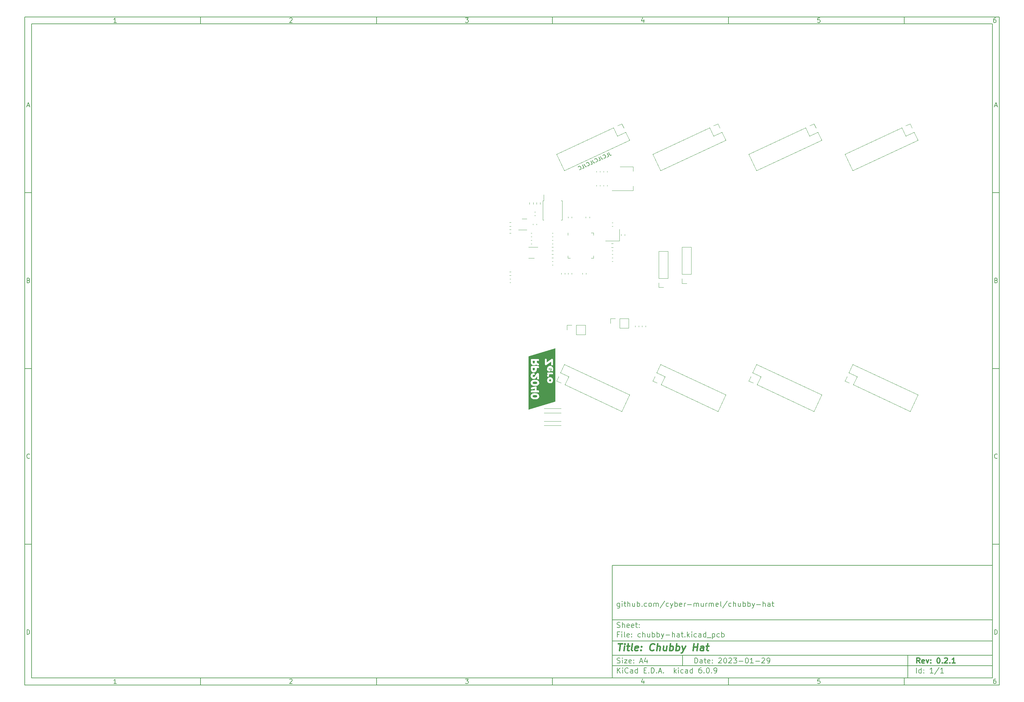
<source format=gbr>
%TF.GenerationSoftware,KiCad,Pcbnew,6.0.9*%
%TF.CreationDate,2023-01-31T15:22:11+01:00*%
%TF.ProjectId,chubby-hat,63687562-6279-42d6-9861-742e6b696361,0.2.1*%
%TF.SameCoordinates,Original*%
%TF.FileFunction,Legend,Bot*%
%TF.FilePolarity,Positive*%
%FSLAX46Y46*%
G04 Gerber Fmt 4.6, Leading zero omitted, Abs format (unit mm)*
G04 Created by KiCad (PCBNEW 6.0.9) date 2023-01-31 15:22:11*
%MOMM*%
%LPD*%
G01*
G04 APERTURE LIST*
%ADD10C,0.100000*%
%ADD11C,0.150000*%
%ADD12C,0.300000*%
%ADD13C,0.400000*%
%ADD14C,0.120000*%
G04 APERTURE END LIST*
D10*
D11*
X177002200Y-166007200D02*
X177002200Y-198007200D01*
X285002200Y-198007200D01*
X285002200Y-166007200D01*
X177002200Y-166007200D01*
D10*
D11*
X10000000Y-10000000D02*
X10000000Y-200007200D01*
X287002200Y-200007200D01*
X287002200Y-10000000D01*
X10000000Y-10000000D01*
D10*
D11*
X12000000Y-12000000D02*
X12000000Y-198007200D01*
X285002200Y-198007200D01*
X285002200Y-12000000D01*
X12000000Y-12000000D01*
D10*
D11*
X60000000Y-12000000D02*
X60000000Y-10000000D01*
D10*
D11*
X110000000Y-12000000D02*
X110000000Y-10000000D01*
D10*
D11*
X160000000Y-12000000D02*
X160000000Y-10000000D01*
D10*
D11*
X210000000Y-12000000D02*
X210000000Y-10000000D01*
D10*
D11*
X260000000Y-12000000D02*
X260000000Y-10000000D01*
D10*
D11*
X36065476Y-11588095D02*
X35322619Y-11588095D01*
X35694047Y-11588095D02*
X35694047Y-10288095D01*
X35570238Y-10473809D01*
X35446428Y-10597619D01*
X35322619Y-10659523D01*
D10*
D11*
X85322619Y-10411904D02*
X85384523Y-10350000D01*
X85508333Y-10288095D01*
X85817857Y-10288095D01*
X85941666Y-10350000D01*
X86003571Y-10411904D01*
X86065476Y-10535714D01*
X86065476Y-10659523D01*
X86003571Y-10845238D01*
X85260714Y-11588095D01*
X86065476Y-11588095D01*
D10*
D11*
X135260714Y-10288095D02*
X136065476Y-10288095D01*
X135632142Y-10783333D01*
X135817857Y-10783333D01*
X135941666Y-10845238D01*
X136003571Y-10907142D01*
X136065476Y-11030952D01*
X136065476Y-11340476D01*
X136003571Y-11464285D01*
X135941666Y-11526190D01*
X135817857Y-11588095D01*
X135446428Y-11588095D01*
X135322619Y-11526190D01*
X135260714Y-11464285D01*
D10*
D11*
X185941666Y-10721428D02*
X185941666Y-11588095D01*
X185632142Y-10226190D02*
X185322619Y-11154761D01*
X186127380Y-11154761D01*
D10*
D11*
X236003571Y-10288095D02*
X235384523Y-10288095D01*
X235322619Y-10907142D01*
X235384523Y-10845238D01*
X235508333Y-10783333D01*
X235817857Y-10783333D01*
X235941666Y-10845238D01*
X236003571Y-10907142D01*
X236065476Y-11030952D01*
X236065476Y-11340476D01*
X236003571Y-11464285D01*
X235941666Y-11526190D01*
X235817857Y-11588095D01*
X235508333Y-11588095D01*
X235384523Y-11526190D01*
X235322619Y-11464285D01*
D10*
D11*
X285941666Y-10288095D02*
X285694047Y-10288095D01*
X285570238Y-10350000D01*
X285508333Y-10411904D01*
X285384523Y-10597619D01*
X285322619Y-10845238D01*
X285322619Y-11340476D01*
X285384523Y-11464285D01*
X285446428Y-11526190D01*
X285570238Y-11588095D01*
X285817857Y-11588095D01*
X285941666Y-11526190D01*
X286003571Y-11464285D01*
X286065476Y-11340476D01*
X286065476Y-11030952D01*
X286003571Y-10907142D01*
X285941666Y-10845238D01*
X285817857Y-10783333D01*
X285570238Y-10783333D01*
X285446428Y-10845238D01*
X285384523Y-10907142D01*
X285322619Y-11030952D01*
D10*
D11*
X60000000Y-198007200D02*
X60000000Y-200007200D01*
D10*
D11*
X110000000Y-198007200D02*
X110000000Y-200007200D01*
D10*
D11*
X160000000Y-198007200D02*
X160000000Y-200007200D01*
D10*
D11*
X210000000Y-198007200D02*
X210000000Y-200007200D01*
D10*
D11*
X260000000Y-198007200D02*
X260000000Y-200007200D01*
D10*
D11*
X36065476Y-199595295D02*
X35322619Y-199595295D01*
X35694047Y-199595295D02*
X35694047Y-198295295D01*
X35570238Y-198481009D01*
X35446428Y-198604819D01*
X35322619Y-198666723D01*
D10*
D11*
X85322619Y-198419104D02*
X85384523Y-198357200D01*
X85508333Y-198295295D01*
X85817857Y-198295295D01*
X85941666Y-198357200D01*
X86003571Y-198419104D01*
X86065476Y-198542914D01*
X86065476Y-198666723D01*
X86003571Y-198852438D01*
X85260714Y-199595295D01*
X86065476Y-199595295D01*
D10*
D11*
X135260714Y-198295295D02*
X136065476Y-198295295D01*
X135632142Y-198790533D01*
X135817857Y-198790533D01*
X135941666Y-198852438D01*
X136003571Y-198914342D01*
X136065476Y-199038152D01*
X136065476Y-199347676D01*
X136003571Y-199471485D01*
X135941666Y-199533390D01*
X135817857Y-199595295D01*
X135446428Y-199595295D01*
X135322619Y-199533390D01*
X135260714Y-199471485D01*
D10*
D11*
X185941666Y-198728628D02*
X185941666Y-199595295D01*
X185632142Y-198233390D02*
X185322619Y-199161961D01*
X186127380Y-199161961D01*
D10*
D11*
X236003571Y-198295295D02*
X235384523Y-198295295D01*
X235322619Y-198914342D01*
X235384523Y-198852438D01*
X235508333Y-198790533D01*
X235817857Y-198790533D01*
X235941666Y-198852438D01*
X236003571Y-198914342D01*
X236065476Y-199038152D01*
X236065476Y-199347676D01*
X236003571Y-199471485D01*
X235941666Y-199533390D01*
X235817857Y-199595295D01*
X235508333Y-199595295D01*
X235384523Y-199533390D01*
X235322619Y-199471485D01*
D10*
D11*
X285941666Y-198295295D02*
X285694047Y-198295295D01*
X285570238Y-198357200D01*
X285508333Y-198419104D01*
X285384523Y-198604819D01*
X285322619Y-198852438D01*
X285322619Y-199347676D01*
X285384523Y-199471485D01*
X285446428Y-199533390D01*
X285570238Y-199595295D01*
X285817857Y-199595295D01*
X285941666Y-199533390D01*
X286003571Y-199471485D01*
X286065476Y-199347676D01*
X286065476Y-199038152D01*
X286003571Y-198914342D01*
X285941666Y-198852438D01*
X285817857Y-198790533D01*
X285570238Y-198790533D01*
X285446428Y-198852438D01*
X285384523Y-198914342D01*
X285322619Y-199038152D01*
D10*
D11*
X10000000Y-60000000D02*
X12000000Y-60000000D01*
D10*
D11*
X10000000Y-110000000D02*
X12000000Y-110000000D01*
D10*
D11*
X10000000Y-160000000D02*
X12000000Y-160000000D01*
D10*
D11*
X10690476Y-35216666D02*
X11309523Y-35216666D01*
X10566666Y-35588095D02*
X11000000Y-34288095D01*
X11433333Y-35588095D01*
D10*
D11*
X11092857Y-84907142D02*
X11278571Y-84969047D01*
X11340476Y-85030952D01*
X11402380Y-85154761D01*
X11402380Y-85340476D01*
X11340476Y-85464285D01*
X11278571Y-85526190D01*
X11154761Y-85588095D01*
X10659523Y-85588095D01*
X10659523Y-84288095D01*
X11092857Y-84288095D01*
X11216666Y-84350000D01*
X11278571Y-84411904D01*
X11340476Y-84535714D01*
X11340476Y-84659523D01*
X11278571Y-84783333D01*
X11216666Y-84845238D01*
X11092857Y-84907142D01*
X10659523Y-84907142D01*
D10*
D11*
X11402380Y-135464285D02*
X11340476Y-135526190D01*
X11154761Y-135588095D01*
X11030952Y-135588095D01*
X10845238Y-135526190D01*
X10721428Y-135402380D01*
X10659523Y-135278571D01*
X10597619Y-135030952D01*
X10597619Y-134845238D01*
X10659523Y-134597619D01*
X10721428Y-134473809D01*
X10845238Y-134350000D01*
X11030952Y-134288095D01*
X11154761Y-134288095D01*
X11340476Y-134350000D01*
X11402380Y-134411904D01*
D10*
D11*
X10659523Y-185588095D02*
X10659523Y-184288095D01*
X10969047Y-184288095D01*
X11154761Y-184350000D01*
X11278571Y-184473809D01*
X11340476Y-184597619D01*
X11402380Y-184845238D01*
X11402380Y-185030952D01*
X11340476Y-185278571D01*
X11278571Y-185402380D01*
X11154761Y-185526190D01*
X10969047Y-185588095D01*
X10659523Y-185588095D01*
D10*
D11*
X287002200Y-60000000D02*
X285002200Y-60000000D01*
D10*
D11*
X287002200Y-110000000D02*
X285002200Y-110000000D01*
D10*
D11*
X287002200Y-160000000D02*
X285002200Y-160000000D01*
D10*
D11*
X285692676Y-35216666D02*
X286311723Y-35216666D01*
X285568866Y-35588095D02*
X286002200Y-34288095D01*
X286435533Y-35588095D01*
D10*
D11*
X286095057Y-84907142D02*
X286280771Y-84969047D01*
X286342676Y-85030952D01*
X286404580Y-85154761D01*
X286404580Y-85340476D01*
X286342676Y-85464285D01*
X286280771Y-85526190D01*
X286156961Y-85588095D01*
X285661723Y-85588095D01*
X285661723Y-84288095D01*
X286095057Y-84288095D01*
X286218866Y-84350000D01*
X286280771Y-84411904D01*
X286342676Y-84535714D01*
X286342676Y-84659523D01*
X286280771Y-84783333D01*
X286218866Y-84845238D01*
X286095057Y-84907142D01*
X285661723Y-84907142D01*
D10*
D11*
X286404580Y-135464285D02*
X286342676Y-135526190D01*
X286156961Y-135588095D01*
X286033152Y-135588095D01*
X285847438Y-135526190D01*
X285723628Y-135402380D01*
X285661723Y-135278571D01*
X285599819Y-135030952D01*
X285599819Y-134845238D01*
X285661723Y-134597619D01*
X285723628Y-134473809D01*
X285847438Y-134350000D01*
X286033152Y-134288095D01*
X286156961Y-134288095D01*
X286342676Y-134350000D01*
X286404580Y-134411904D01*
D10*
D11*
X285661723Y-185588095D02*
X285661723Y-184288095D01*
X285971247Y-184288095D01*
X286156961Y-184350000D01*
X286280771Y-184473809D01*
X286342676Y-184597619D01*
X286404580Y-184845238D01*
X286404580Y-185030952D01*
X286342676Y-185278571D01*
X286280771Y-185402380D01*
X286156961Y-185526190D01*
X285971247Y-185588095D01*
X285661723Y-185588095D01*
D10*
D11*
X200434342Y-193785771D02*
X200434342Y-192285771D01*
X200791485Y-192285771D01*
X201005771Y-192357200D01*
X201148628Y-192500057D01*
X201220057Y-192642914D01*
X201291485Y-192928628D01*
X201291485Y-193142914D01*
X201220057Y-193428628D01*
X201148628Y-193571485D01*
X201005771Y-193714342D01*
X200791485Y-193785771D01*
X200434342Y-193785771D01*
X202577200Y-193785771D02*
X202577200Y-193000057D01*
X202505771Y-192857200D01*
X202362914Y-192785771D01*
X202077200Y-192785771D01*
X201934342Y-192857200D01*
X202577200Y-193714342D02*
X202434342Y-193785771D01*
X202077200Y-193785771D01*
X201934342Y-193714342D01*
X201862914Y-193571485D01*
X201862914Y-193428628D01*
X201934342Y-193285771D01*
X202077200Y-193214342D01*
X202434342Y-193214342D01*
X202577200Y-193142914D01*
X203077200Y-192785771D02*
X203648628Y-192785771D01*
X203291485Y-192285771D02*
X203291485Y-193571485D01*
X203362914Y-193714342D01*
X203505771Y-193785771D01*
X203648628Y-193785771D01*
X204720057Y-193714342D02*
X204577200Y-193785771D01*
X204291485Y-193785771D01*
X204148628Y-193714342D01*
X204077200Y-193571485D01*
X204077200Y-193000057D01*
X204148628Y-192857200D01*
X204291485Y-192785771D01*
X204577200Y-192785771D01*
X204720057Y-192857200D01*
X204791485Y-193000057D01*
X204791485Y-193142914D01*
X204077200Y-193285771D01*
X205434342Y-193642914D02*
X205505771Y-193714342D01*
X205434342Y-193785771D01*
X205362914Y-193714342D01*
X205434342Y-193642914D01*
X205434342Y-193785771D01*
X205434342Y-192857200D02*
X205505771Y-192928628D01*
X205434342Y-193000057D01*
X205362914Y-192928628D01*
X205434342Y-192857200D01*
X205434342Y-193000057D01*
X207220057Y-192428628D02*
X207291485Y-192357200D01*
X207434342Y-192285771D01*
X207791485Y-192285771D01*
X207934342Y-192357200D01*
X208005771Y-192428628D01*
X208077200Y-192571485D01*
X208077200Y-192714342D01*
X208005771Y-192928628D01*
X207148628Y-193785771D01*
X208077200Y-193785771D01*
X209005771Y-192285771D02*
X209148628Y-192285771D01*
X209291485Y-192357200D01*
X209362914Y-192428628D01*
X209434342Y-192571485D01*
X209505771Y-192857200D01*
X209505771Y-193214342D01*
X209434342Y-193500057D01*
X209362914Y-193642914D01*
X209291485Y-193714342D01*
X209148628Y-193785771D01*
X209005771Y-193785771D01*
X208862914Y-193714342D01*
X208791485Y-193642914D01*
X208720057Y-193500057D01*
X208648628Y-193214342D01*
X208648628Y-192857200D01*
X208720057Y-192571485D01*
X208791485Y-192428628D01*
X208862914Y-192357200D01*
X209005771Y-192285771D01*
X210077200Y-192428628D02*
X210148628Y-192357200D01*
X210291485Y-192285771D01*
X210648628Y-192285771D01*
X210791485Y-192357200D01*
X210862914Y-192428628D01*
X210934342Y-192571485D01*
X210934342Y-192714342D01*
X210862914Y-192928628D01*
X210005771Y-193785771D01*
X210934342Y-193785771D01*
X211434342Y-192285771D02*
X212362914Y-192285771D01*
X211862914Y-192857200D01*
X212077200Y-192857200D01*
X212220057Y-192928628D01*
X212291485Y-193000057D01*
X212362914Y-193142914D01*
X212362914Y-193500057D01*
X212291485Y-193642914D01*
X212220057Y-193714342D01*
X212077200Y-193785771D01*
X211648628Y-193785771D01*
X211505771Y-193714342D01*
X211434342Y-193642914D01*
X213005771Y-193214342D02*
X214148628Y-193214342D01*
X215148628Y-192285771D02*
X215291485Y-192285771D01*
X215434342Y-192357200D01*
X215505771Y-192428628D01*
X215577200Y-192571485D01*
X215648628Y-192857200D01*
X215648628Y-193214342D01*
X215577200Y-193500057D01*
X215505771Y-193642914D01*
X215434342Y-193714342D01*
X215291485Y-193785771D01*
X215148628Y-193785771D01*
X215005771Y-193714342D01*
X214934342Y-193642914D01*
X214862914Y-193500057D01*
X214791485Y-193214342D01*
X214791485Y-192857200D01*
X214862914Y-192571485D01*
X214934342Y-192428628D01*
X215005771Y-192357200D01*
X215148628Y-192285771D01*
X217077200Y-193785771D02*
X216220057Y-193785771D01*
X216648628Y-193785771D02*
X216648628Y-192285771D01*
X216505771Y-192500057D01*
X216362914Y-192642914D01*
X216220057Y-192714342D01*
X217720057Y-193214342D02*
X218862914Y-193214342D01*
X219505771Y-192428628D02*
X219577200Y-192357200D01*
X219720057Y-192285771D01*
X220077200Y-192285771D01*
X220220057Y-192357200D01*
X220291485Y-192428628D01*
X220362914Y-192571485D01*
X220362914Y-192714342D01*
X220291485Y-192928628D01*
X219434342Y-193785771D01*
X220362914Y-193785771D01*
X221077200Y-193785771D02*
X221362914Y-193785771D01*
X221505771Y-193714342D01*
X221577200Y-193642914D01*
X221720057Y-193428628D01*
X221791485Y-193142914D01*
X221791485Y-192571485D01*
X221720057Y-192428628D01*
X221648628Y-192357200D01*
X221505771Y-192285771D01*
X221220057Y-192285771D01*
X221077200Y-192357200D01*
X221005771Y-192428628D01*
X220934342Y-192571485D01*
X220934342Y-192928628D01*
X221005771Y-193071485D01*
X221077200Y-193142914D01*
X221220057Y-193214342D01*
X221505771Y-193214342D01*
X221648628Y-193142914D01*
X221720057Y-193071485D01*
X221791485Y-192928628D01*
D10*
D11*
X177002200Y-194507200D02*
X285002200Y-194507200D01*
D10*
D11*
X178434342Y-196585771D02*
X178434342Y-195085771D01*
X179291485Y-196585771D02*
X178648628Y-195728628D01*
X179291485Y-195085771D02*
X178434342Y-195942914D01*
X179934342Y-196585771D02*
X179934342Y-195585771D01*
X179934342Y-195085771D02*
X179862914Y-195157200D01*
X179934342Y-195228628D01*
X180005771Y-195157200D01*
X179934342Y-195085771D01*
X179934342Y-195228628D01*
X181505771Y-196442914D02*
X181434342Y-196514342D01*
X181220057Y-196585771D01*
X181077200Y-196585771D01*
X180862914Y-196514342D01*
X180720057Y-196371485D01*
X180648628Y-196228628D01*
X180577200Y-195942914D01*
X180577200Y-195728628D01*
X180648628Y-195442914D01*
X180720057Y-195300057D01*
X180862914Y-195157200D01*
X181077200Y-195085771D01*
X181220057Y-195085771D01*
X181434342Y-195157200D01*
X181505771Y-195228628D01*
X182791485Y-196585771D02*
X182791485Y-195800057D01*
X182720057Y-195657200D01*
X182577200Y-195585771D01*
X182291485Y-195585771D01*
X182148628Y-195657200D01*
X182791485Y-196514342D02*
X182648628Y-196585771D01*
X182291485Y-196585771D01*
X182148628Y-196514342D01*
X182077200Y-196371485D01*
X182077200Y-196228628D01*
X182148628Y-196085771D01*
X182291485Y-196014342D01*
X182648628Y-196014342D01*
X182791485Y-195942914D01*
X184148628Y-196585771D02*
X184148628Y-195085771D01*
X184148628Y-196514342D02*
X184005771Y-196585771D01*
X183720057Y-196585771D01*
X183577200Y-196514342D01*
X183505771Y-196442914D01*
X183434342Y-196300057D01*
X183434342Y-195871485D01*
X183505771Y-195728628D01*
X183577200Y-195657200D01*
X183720057Y-195585771D01*
X184005771Y-195585771D01*
X184148628Y-195657200D01*
X186005771Y-195800057D02*
X186505771Y-195800057D01*
X186720057Y-196585771D02*
X186005771Y-196585771D01*
X186005771Y-195085771D01*
X186720057Y-195085771D01*
X187362914Y-196442914D02*
X187434342Y-196514342D01*
X187362914Y-196585771D01*
X187291485Y-196514342D01*
X187362914Y-196442914D01*
X187362914Y-196585771D01*
X188077200Y-196585771D02*
X188077200Y-195085771D01*
X188434342Y-195085771D01*
X188648628Y-195157200D01*
X188791485Y-195300057D01*
X188862914Y-195442914D01*
X188934342Y-195728628D01*
X188934342Y-195942914D01*
X188862914Y-196228628D01*
X188791485Y-196371485D01*
X188648628Y-196514342D01*
X188434342Y-196585771D01*
X188077200Y-196585771D01*
X189577200Y-196442914D02*
X189648628Y-196514342D01*
X189577200Y-196585771D01*
X189505771Y-196514342D01*
X189577200Y-196442914D01*
X189577200Y-196585771D01*
X190220057Y-196157200D02*
X190934342Y-196157200D01*
X190077200Y-196585771D02*
X190577200Y-195085771D01*
X191077200Y-196585771D01*
X191577200Y-196442914D02*
X191648628Y-196514342D01*
X191577200Y-196585771D01*
X191505771Y-196514342D01*
X191577200Y-196442914D01*
X191577200Y-196585771D01*
X194577200Y-196585771D02*
X194577200Y-195085771D01*
X194720057Y-196014342D02*
X195148628Y-196585771D01*
X195148628Y-195585771D02*
X194577200Y-196157200D01*
X195791485Y-196585771D02*
X195791485Y-195585771D01*
X195791485Y-195085771D02*
X195720057Y-195157200D01*
X195791485Y-195228628D01*
X195862914Y-195157200D01*
X195791485Y-195085771D01*
X195791485Y-195228628D01*
X197148628Y-196514342D02*
X197005771Y-196585771D01*
X196720057Y-196585771D01*
X196577200Y-196514342D01*
X196505771Y-196442914D01*
X196434342Y-196300057D01*
X196434342Y-195871485D01*
X196505771Y-195728628D01*
X196577200Y-195657200D01*
X196720057Y-195585771D01*
X197005771Y-195585771D01*
X197148628Y-195657200D01*
X198434342Y-196585771D02*
X198434342Y-195800057D01*
X198362914Y-195657200D01*
X198220057Y-195585771D01*
X197934342Y-195585771D01*
X197791485Y-195657200D01*
X198434342Y-196514342D02*
X198291485Y-196585771D01*
X197934342Y-196585771D01*
X197791485Y-196514342D01*
X197720057Y-196371485D01*
X197720057Y-196228628D01*
X197791485Y-196085771D01*
X197934342Y-196014342D01*
X198291485Y-196014342D01*
X198434342Y-195942914D01*
X199791485Y-196585771D02*
X199791485Y-195085771D01*
X199791485Y-196514342D02*
X199648628Y-196585771D01*
X199362914Y-196585771D01*
X199220057Y-196514342D01*
X199148628Y-196442914D01*
X199077200Y-196300057D01*
X199077200Y-195871485D01*
X199148628Y-195728628D01*
X199220057Y-195657200D01*
X199362914Y-195585771D01*
X199648628Y-195585771D01*
X199791485Y-195657200D01*
X202291485Y-195085771D02*
X202005771Y-195085771D01*
X201862914Y-195157200D01*
X201791485Y-195228628D01*
X201648628Y-195442914D01*
X201577200Y-195728628D01*
X201577200Y-196300057D01*
X201648628Y-196442914D01*
X201720057Y-196514342D01*
X201862914Y-196585771D01*
X202148628Y-196585771D01*
X202291485Y-196514342D01*
X202362914Y-196442914D01*
X202434342Y-196300057D01*
X202434342Y-195942914D01*
X202362914Y-195800057D01*
X202291485Y-195728628D01*
X202148628Y-195657200D01*
X201862914Y-195657200D01*
X201720057Y-195728628D01*
X201648628Y-195800057D01*
X201577200Y-195942914D01*
X203077200Y-196442914D02*
X203148628Y-196514342D01*
X203077200Y-196585771D01*
X203005771Y-196514342D01*
X203077200Y-196442914D01*
X203077200Y-196585771D01*
X204077200Y-195085771D02*
X204220057Y-195085771D01*
X204362914Y-195157200D01*
X204434342Y-195228628D01*
X204505771Y-195371485D01*
X204577200Y-195657200D01*
X204577200Y-196014342D01*
X204505771Y-196300057D01*
X204434342Y-196442914D01*
X204362914Y-196514342D01*
X204220057Y-196585771D01*
X204077200Y-196585771D01*
X203934342Y-196514342D01*
X203862914Y-196442914D01*
X203791485Y-196300057D01*
X203720057Y-196014342D01*
X203720057Y-195657200D01*
X203791485Y-195371485D01*
X203862914Y-195228628D01*
X203934342Y-195157200D01*
X204077200Y-195085771D01*
X205220057Y-196442914D02*
X205291485Y-196514342D01*
X205220057Y-196585771D01*
X205148628Y-196514342D01*
X205220057Y-196442914D01*
X205220057Y-196585771D01*
X206005771Y-196585771D02*
X206291485Y-196585771D01*
X206434342Y-196514342D01*
X206505771Y-196442914D01*
X206648628Y-196228628D01*
X206720057Y-195942914D01*
X206720057Y-195371485D01*
X206648628Y-195228628D01*
X206577200Y-195157200D01*
X206434342Y-195085771D01*
X206148628Y-195085771D01*
X206005771Y-195157200D01*
X205934342Y-195228628D01*
X205862914Y-195371485D01*
X205862914Y-195728628D01*
X205934342Y-195871485D01*
X206005771Y-195942914D01*
X206148628Y-196014342D01*
X206434342Y-196014342D01*
X206577200Y-195942914D01*
X206648628Y-195871485D01*
X206720057Y-195728628D01*
D10*
D11*
X177002200Y-191507200D02*
X285002200Y-191507200D01*
D10*
D12*
X264411485Y-193785771D02*
X263911485Y-193071485D01*
X263554342Y-193785771D02*
X263554342Y-192285771D01*
X264125771Y-192285771D01*
X264268628Y-192357200D01*
X264340057Y-192428628D01*
X264411485Y-192571485D01*
X264411485Y-192785771D01*
X264340057Y-192928628D01*
X264268628Y-193000057D01*
X264125771Y-193071485D01*
X263554342Y-193071485D01*
X265625771Y-193714342D02*
X265482914Y-193785771D01*
X265197200Y-193785771D01*
X265054342Y-193714342D01*
X264982914Y-193571485D01*
X264982914Y-193000057D01*
X265054342Y-192857200D01*
X265197200Y-192785771D01*
X265482914Y-192785771D01*
X265625771Y-192857200D01*
X265697200Y-193000057D01*
X265697200Y-193142914D01*
X264982914Y-193285771D01*
X266197200Y-192785771D02*
X266554342Y-193785771D01*
X266911485Y-192785771D01*
X267482914Y-193642914D02*
X267554342Y-193714342D01*
X267482914Y-193785771D01*
X267411485Y-193714342D01*
X267482914Y-193642914D01*
X267482914Y-193785771D01*
X267482914Y-192857200D02*
X267554342Y-192928628D01*
X267482914Y-193000057D01*
X267411485Y-192928628D01*
X267482914Y-192857200D01*
X267482914Y-193000057D01*
X269625771Y-192285771D02*
X269768628Y-192285771D01*
X269911485Y-192357200D01*
X269982914Y-192428628D01*
X270054342Y-192571485D01*
X270125771Y-192857200D01*
X270125771Y-193214342D01*
X270054342Y-193500057D01*
X269982914Y-193642914D01*
X269911485Y-193714342D01*
X269768628Y-193785771D01*
X269625771Y-193785771D01*
X269482914Y-193714342D01*
X269411485Y-193642914D01*
X269340057Y-193500057D01*
X269268628Y-193214342D01*
X269268628Y-192857200D01*
X269340057Y-192571485D01*
X269411485Y-192428628D01*
X269482914Y-192357200D01*
X269625771Y-192285771D01*
X270768628Y-193642914D02*
X270840057Y-193714342D01*
X270768628Y-193785771D01*
X270697200Y-193714342D01*
X270768628Y-193642914D01*
X270768628Y-193785771D01*
X271411485Y-192428628D02*
X271482914Y-192357200D01*
X271625771Y-192285771D01*
X271982914Y-192285771D01*
X272125771Y-192357200D01*
X272197200Y-192428628D01*
X272268628Y-192571485D01*
X272268628Y-192714342D01*
X272197200Y-192928628D01*
X271340057Y-193785771D01*
X272268628Y-193785771D01*
X272911485Y-193642914D02*
X272982914Y-193714342D01*
X272911485Y-193785771D01*
X272840057Y-193714342D01*
X272911485Y-193642914D01*
X272911485Y-193785771D01*
X274411485Y-193785771D02*
X273554342Y-193785771D01*
X273982914Y-193785771D02*
X273982914Y-192285771D01*
X273840057Y-192500057D01*
X273697200Y-192642914D01*
X273554342Y-192714342D01*
D10*
D11*
X178362914Y-193714342D02*
X178577200Y-193785771D01*
X178934342Y-193785771D01*
X179077200Y-193714342D01*
X179148628Y-193642914D01*
X179220057Y-193500057D01*
X179220057Y-193357200D01*
X179148628Y-193214342D01*
X179077200Y-193142914D01*
X178934342Y-193071485D01*
X178648628Y-193000057D01*
X178505771Y-192928628D01*
X178434342Y-192857200D01*
X178362914Y-192714342D01*
X178362914Y-192571485D01*
X178434342Y-192428628D01*
X178505771Y-192357200D01*
X178648628Y-192285771D01*
X179005771Y-192285771D01*
X179220057Y-192357200D01*
X179862914Y-193785771D02*
X179862914Y-192785771D01*
X179862914Y-192285771D02*
X179791485Y-192357200D01*
X179862914Y-192428628D01*
X179934342Y-192357200D01*
X179862914Y-192285771D01*
X179862914Y-192428628D01*
X180434342Y-192785771D02*
X181220057Y-192785771D01*
X180434342Y-193785771D01*
X181220057Y-193785771D01*
X182362914Y-193714342D02*
X182220057Y-193785771D01*
X181934342Y-193785771D01*
X181791485Y-193714342D01*
X181720057Y-193571485D01*
X181720057Y-193000057D01*
X181791485Y-192857200D01*
X181934342Y-192785771D01*
X182220057Y-192785771D01*
X182362914Y-192857200D01*
X182434342Y-193000057D01*
X182434342Y-193142914D01*
X181720057Y-193285771D01*
X183077200Y-193642914D02*
X183148628Y-193714342D01*
X183077200Y-193785771D01*
X183005771Y-193714342D01*
X183077200Y-193642914D01*
X183077200Y-193785771D01*
X183077200Y-192857200D02*
X183148628Y-192928628D01*
X183077200Y-193000057D01*
X183005771Y-192928628D01*
X183077200Y-192857200D01*
X183077200Y-193000057D01*
X184862914Y-193357200D02*
X185577200Y-193357200D01*
X184720057Y-193785771D02*
X185220057Y-192285771D01*
X185720057Y-193785771D01*
X186862914Y-192785771D02*
X186862914Y-193785771D01*
X186505771Y-192214342D02*
X186148628Y-193285771D01*
X187077200Y-193285771D01*
D10*
D11*
X263434342Y-196585771D02*
X263434342Y-195085771D01*
X264791485Y-196585771D02*
X264791485Y-195085771D01*
X264791485Y-196514342D02*
X264648628Y-196585771D01*
X264362914Y-196585771D01*
X264220057Y-196514342D01*
X264148628Y-196442914D01*
X264077200Y-196300057D01*
X264077200Y-195871485D01*
X264148628Y-195728628D01*
X264220057Y-195657200D01*
X264362914Y-195585771D01*
X264648628Y-195585771D01*
X264791485Y-195657200D01*
X265505771Y-196442914D02*
X265577200Y-196514342D01*
X265505771Y-196585771D01*
X265434342Y-196514342D01*
X265505771Y-196442914D01*
X265505771Y-196585771D01*
X265505771Y-195657200D02*
X265577200Y-195728628D01*
X265505771Y-195800057D01*
X265434342Y-195728628D01*
X265505771Y-195657200D01*
X265505771Y-195800057D01*
X268148628Y-196585771D02*
X267291485Y-196585771D01*
X267720057Y-196585771D02*
X267720057Y-195085771D01*
X267577200Y-195300057D01*
X267434342Y-195442914D01*
X267291485Y-195514342D01*
X269862914Y-195014342D02*
X268577200Y-196942914D01*
X271148628Y-196585771D02*
X270291485Y-196585771D01*
X270720057Y-196585771D02*
X270720057Y-195085771D01*
X270577200Y-195300057D01*
X270434342Y-195442914D01*
X270291485Y-195514342D01*
D10*
D11*
X177002200Y-187507200D02*
X285002200Y-187507200D01*
D10*
D13*
X178714580Y-188211961D02*
X179857438Y-188211961D01*
X179036009Y-190211961D02*
X179286009Y-188211961D01*
X180274104Y-190211961D02*
X180440771Y-188878628D01*
X180524104Y-188211961D02*
X180416961Y-188307200D01*
X180500295Y-188402438D01*
X180607438Y-188307200D01*
X180524104Y-188211961D01*
X180500295Y-188402438D01*
X181107438Y-188878628D02*
X181869342Y-188878628D01*
X181476485Y-188211961D02*
X181262200Y-189926247D01*
X181333628Y-190116723D01*
X181512200Y-190211961D01*
X181702676Y-190211961D01*
X182655057Y-190211961D02*
X182476485Y-190116723D01*
X182405057Y-189926247D01*
X182619342Y-188211961D01*
X184190771Y-190116723D02*
X183988390Y-190211961D01*
X183607438Y-190211961D01*
X183428866Y-190116723D01*
X183357438Y-189926247D01*
X183452676Y-189164342D01*
X183571723Y-188973866D01*
X183774104Y-188878628D01*
X184155057Y-188878628D01*
X184333628Y-188973866D01*
X184405057Y-189164342D01*
X184381247Y-189354819D01*
X183405057Y-189545295D01*
X185155057Y-190021485D02*
X185238390Y-190116723D01*
X185131247Y-190211961D01*
X185047914Y-190116723D01*
X185155057Y-190021485D01*
X185131247Y-190211961D01*
X185286009Y-188973866D02*
X185369342Y-189069104D01*
X185262200Y-189164342D01*
X185178866Y-189069104D01*
X185286009Y-188973866D01*
X185262200Y-189164342D01*
X188774104Y-190021485D02*
X188666961Y-190116723D01*
X188369342Y-190211961D01*
X188178866Y-190211961D01*
X187905057Y-190116723D01*
X187738390Y-189926247D01*
X187666961Y-189735771D01*
X187619342Y-189354819D01*
X187655057Y-189069104D01*
X187797914Y-188688152D01*
X187916961Y-188497676D01*
X188131247Y-188307200D01*
X188428866Y-188211961D01*
X188619342Y-188211961D01*
X188893152Y-188307200D01*
X188976485Y-188402438D01*
X189607438Y-190211961D02*
X189857438Y-188211961D01*
X190464580Y-190211961D02*
X190595533Y-189164342D01*
X190524104Y-188973866D01*
X190345533Y-188878628D01*
X190059819Y-188878628D01*
X189857438Y-188973866D01*
X189750295Y-189069104D01*
X192440771Y-188878628D02*
X192274104Y-190211961D01*
X191583628Y-188878628D02*
X191452676Y-189926247D01*
X191524104Y-190116723D01*
X191702676Y-190211961D01*
X191988390Y-190211961D01*
X192190771Y-190116723D01*
X192297914Y-190021485D01*
X193226485Y-190211961D02*
X193476485Y-188211961D01*
X193381247Y-188973866D02*
X193583628Y-188878628D01*
X193964580Y-188878628D01*
X194143152Y-188973866D01*
X194226485Y-189069104D01*
X194297914Y-189259580D01*
X194226485Y-189831009D01*
X194107438Y-190021485D01*
X194000295Y-190116723D01*
X193797914Y-190211961D01*
X193416961Y-190211961D01*
X193238390Y-190116723D01*
X195036009Y-190211961D02*
X195286009Y-188211961D01*
X195190771Y-188973866D02*
X195393152Y-188878628D01*
X195774104Y-188878628D01*
X195952676Y-188973866D01*
X196036009Y-189069104D01*
X196107438Y-189259580D01*
X196036009Y-189831009D01*
X195916961Y-190021485D01*
X195809819Y-190116723D01*
X195607438Y-190211961D01*
X195226485Y-190211961D01*
X195047914Y-190116723D01*
X196821723Y-188878628D02*
X197131247Y-190211961D01*
X197774104Y-188878628D02*
X197131247Y-190211961D01*
X196881247Y-190688152D01*
X196774104Y-190783390D01*
X196571723Y-190878628D01*
X199893152Y-190211961D02*
X200143152Y-188211961D01*
X200024104Y-189164342D02*
X201166961Y-189164342D01*
X201036009Y-190211961D02*
X201286009Y-188211961D01*
X202845533Y-190211961D02*
X202976485Y-189164342D01*
X202905057Y-188973866D01*
X202726485Y-188878628D01*
X202345533Y-188878628D01*
X202143152Y-188973866D01*
X202857438Y-190116723D02*
X202655057Y-190211961D01*
X202178866Y-190211961D01*
X202000295Y-190116723D01*
X201928866Y-189926247D01*
X201952676Y-189735771D01*
X202071723Y-189545295D01*
X202274104Y-189450057D01*
X202750295Y-189450057D01*
X202952676Y-189354819D01*
X203678866Y-188878628D02*
X204440771Y-188878628D01*
X204047914Y-188211961D02*
X203833628Y-189926247D01*
X203905057Y-190116723D01*
X204083628Y-190211961D01*
X204274104Y-190211961D01*
D10*
D11*
X178934342Y-185600057D02*
X178434342Y-185600057D01*
X178434342Y-186385771D02*
X178434342Y-184885771D01*
X179148628Y-184885771D01*
X179720057Y-186385771D02*
X179720057Y-185385771D01*
X179720057Y-184885771D02*
X179648628Y-184957200D01*
X179720057Y-185028628D01*
X179791485Y-184957200D01*
X179720057Y-184885771D01*
X179720057Y-185028628D01*
X180648628Y-186385771D02*
X180505771Y-186314342D01*
X180434342Y-186171485D01*
X180434342Y-184885771D01*
X181791485Y-186314342D02*
X181648628Y-186385771D01*
X181362914Y-186385771D01*
X181220057Y-186314342D01*
X181148628Y-186171485D01*
X181148628Y-185600057D01*
X181220057Y-185457200D01*
X181362914Y-185385771D01*
X181648628Y-185385771D01*
X181791485Y-185457200D01*
X181862914Y-185600057D01*
X181862914Y-185742914D01*
X181148628Y-185885771D01*
X182505771Y-186242914D02*
X182577200Y-186314342D01*
X182505771Y-186385771D01*
X182434342Y-186314342D01*
X182505771Y-186242914D01*
X182505771Y-186385771D01*
X182505771Y-185457200D02*
X182577200Y-185528628D01*
X182505771Y-185600057D01*
X182434342Y-185528628D01*
X182505771Y-185457200D01*
X182505771Y-185600057D01*
X185005771Y-186314342D02*
X184862914Y-186385771D01*
X184577200Y-186385771D01*
X184434342Y-186314342D01*
X184362914Y-186242914D01*
X184291485Y-186100057D01*
X184291485Y-185671485D01*
X184362914Y-185528628D01*
X184434342Y-185457200D01*
X184577200Y-185385771D01*
X184862914Y-185385771D01*
X185005771Y-185457200D01*
X185648628Y-186385771D02*
X185648628Y-184885771D01*
X186291485Y-186385771D02*
X186291485Y-185600057D01*
X186220057Y-185457200D01*
X186077200Y-185385771D01*
X185862914Y-185385771D01*
X185720057Y-185457200D01*
X185648628Y-185528628D01*
X187648628Y-185385771D02*
X187648628Y-186385771D01*
X187005771Y-185385771D02*
X187005771Y-186171485D01*
X187077200Y-186314342D01*
X187220057Y-186385771D01*
X187434342Y-186385771D01*
X187577200Y-186314342D01*
X187648628Y-186242914D01*
X188362914Y-186385771D02*
X188362914Y-184885771D01*
X188362914Y-185457200D02*
X188505771Y-185385771D01*
X188791485Y-185385771D01*
X188934342Y-185457200D01*
X189005771Y-185528628D01*
X189077200Y-185671485D01*
X189077200Y-186100057D01*
X189005771Y-186242914D01*
X188934342Y-186314342D01*
X188791485Y-186385771D01*
X188505771Y-186385771D01*
X188362914Y-186314342D01*
X189720057Y-186385771D02*
X189720057Y-184885771D01*
X189720057Y-185457200D02*
X189862914Y-185385771D01*
X190148628Y-185385771D01*
X190291485Y-185457200D01*
X190362914Y-185528628D01*
X190434342Y-185671485D01*
X190434342Y-186100057D01*
X190362914Y-186242914D01*
X190291485Y-186314342D01*
X190148628Y-186385771D01*
X189862914Y-186385771D01*
X189720057Y-186314342D01*
X190934342Y-185385771D02*
X191291485Y-186385771D01*
X191648628Y-185385771D02*
X191291485Y-186385771D01*
X191148628Y-186742914D01*
X191077200Y-186814342D01*
X190934342Y-186885771D01*
X192220057Y-185814342D02*
X193362914Y-185814342D01*
X194077200Y-186385771D02*
X194077200Y-184885771D01*
X194720057Y-186385771D02*
X194720057Y-185600057D01*
X194648628Y-185457200D01*
X194505771Y-185385771D01*
X194291485Y-185385771D01*
X194148628Y-185457200D01*
X194077200Y-185528628D01*
X196077200Y-186385771D02*
X196077200Y-185600057D01*
X196005771Y-185457200D01*
X195862914Y-185385771D01*
X195577200Y-185385771D01*
X195434342Y-185457200D01*
X196077200Y-186314342D02*
X195934342Y-186385771D01*
X195577200Y-186385771D01*
X195434342Y-186314342D01*
X195362914Y-186171485D01*
X195362914Y-186028628D01*
X195434342Y-185885771D01*
X195577200Y-185814342D01*
X195934342Y-185814342D01*
X196077200Y-185742914D01*
X196577200Y-185385771D02*
X197148628Y-185385771D01*
X196791485Y-184885771D02*
X196791485Y-186171485D01*
X196862914Y-186314342D01*
X197005771Y-186385771D01*
X197148628Y-186385771D01*
X197648628Y-186242914D02*
X197720057Y-186314342D01*
X197648628Y-186385771D01*
X197577200Y-186314342D01*
X197648628Y-186242914D01*
X197648628Y-186385771D01*
X198362914Y-186385771D02*
X198362914Y-184885771D01*
X198505771Y-185814342D02*
X198934342Y-186385771D01*
X198934342Y-185385771D02*
X198362914Y-185957200D01*
X199577200Y-186385771D02*
X199577200Y-185385771D01*
X199577200Y-184885771D02*
X199505771Y-184957200D01*
X199577200Y-185028628D01*
X199648628Y-184957200D01*
X199577200Y-184885771D01*
X199577200Y-185028628D01*
X200934342Y-186314342D02*
X200791485Y-186385771D01*
X200505771Y-186385771D01*
X200362914Y-186314342D01*
X200291485Y-186242914D01*
X200220057Y-186100057D01*
X200220057Y-185671485D01*
X200291485Y-185528628D01*
X200362914Y-185457200D01*
X200505771Y-185385771D01*
X200791485Y-185385771D01*
X200934342Y-185457200D01*
X202220057Y-186385771D02*
X202220057Y-185600057D01*
X202148628Y-185457200D01*
X202005771Y-185385771D01*
X201720057Y-185385771D01*
X201577200Y-185457200D01*
X202220057Y-186314342D02*
X202077200Y-186385771D01*
X201720057Y-186385771D01*
X201577200Y-186314342D01*
X201505771Y-186171485D01*
X201505771Y-186028628D01*
X201577200Y-185885771D01*
X201720057Y-185814342D01*
X202077200Y-185814342D01*
X202220057Y-185742914D01*
X203577200Y-186385771D02*
X203577200Y-184885771D01*
X203577200Y-186314342D02*
X203434342Y-186385771D01*
X203148628Y-186385771D01*
X203005771Y-186314342D01*
X202934342Y-186242914D01*
X202862914Y-186100057D01*
X202862914Y-185671485D01*
X202934342Y-185528628D01*
X203005771Y-185457200D01*
X203148628Y-185385771D01*
X203434342Y-185385771D01*
X203577200Y-185457200D01*
X203934342Y-186528628D02*
X205077200Y-186528628D01*
X205434342Y-185385771D02*
X205434342Y-186885771D01*
X205434342Y-185457200D02*
X205577200Y-185385771D01*
X205862914Y-185385771D01*
X206005771Y-185457200D01*
X206077200Y-185528628D01*
X206148628Y-185671485D01*
X206148628Y-186100057D01*
X206077200Y-186242914D01*
X206005771Y-186314342D01*
X205862914Y-186385771D01*
X205577200Y-186385771D01*
X205434342Y-186314342D01*
X207434342Y-186314342D02*
X207291485Y-186385771D01*
X207005771Y-186385771D01*
X206862914Y-186314342D01*
X206791485Y-186242914D01*
X206720057Y-186100057D01*
X206720057Y-185671485D01*
X206791485Y-185528628D01*
X206862914Y-185457200D01*
X207005771Y-185385771D01*
X207291485Y-185385771D01*
X207434342Y-185457200D01*
X208077200Y-186385771D02*
X208077200Y-184885771D01*
X208077200Y-185457200D02*
X208220057Y-185385771D01*
X208505771Y-185385771D01*
X208648628Y-185457200D01*
X208720057Y-185528628D01*
X208791485Y-185671485D01*
X208791485Y-186100057D01*
X208720057Y-186242914D01*
X208648628Y-186314342D01*
X208505771Y-186385771D01*
X208220057Y-186385771D01*
X208077200Y-186314342D01*
D10*
D11*
X177002200Y-181507200D02*
X285002200Y-181507200D01*
D10*
D11*
X178362914Y-183614342D02*
X178577200Y-183685771D01*
X178934342Y-183685771D01*
X179077200Y-183614342D01*
X179148628Y-183542914D01*
X179220057Y-183400057D01*
X179220057Y-183257200D01*
X179148628Y-183114342D01*
X179077200Y-183042914D01*
X178934342Y-182971485D01*
X178648628Y-182900057D01*
X178505771Y-182828628D01*
X178434342Y-182757200D01*
X178362914Y-182614342D01*
X178362914Y-182471485D01*
X178434342Y-182328628D01*
X178505771Y-182257200D01*
X178648628Y-182185771D01*
X179005771Y-182185771D01*
X179220057Y-182257200D01*
X179862914Y-183685771D02*
X179862914Y-182185771D01*
X180505771Y-183685771D02*
X180505771Y-182900057D01*
X180434342Y-182757200D01*
X180291485Y-182685771D01*
X180077200Y-182685771D01*
X179934342Y-182757200D01*
X179862914Y-182828628D01*
X181791485Y-183614342D02*
X181648628Y-183685771D01*
X181362914Y-183685771D01*
X181220057Y-183614342D01*
X181148628Y-183471485D01*
X181148628Y-182900057D01*
X181220057Y-182757200D01*
X181362914Y-182685771D01*
X181648628Y-182685771D01*
X181791485Y-182757200D01*
X181862914Y-182900057D01*
X181862914Y-183042914D01*
X181148628Y-183185771D01*
X183077200Y-183614342D02*
X182934342Y-183685771D01*
X182648628Y-183685771D01*
X182505771Y-183614342D01*
X182434342Y-183471485D01*
X182434342Y-182900057D01*
X182505771Y-182757200D01*
X182648628Y-182685771D01*
X182934342Y-182685771D01*
X183077200Y-182757200D01*
X183148628Y-182900057D01*
X183148628Y-183042914D01*
X182434342Y-183185771D01*
X183577200Y-182685771D02*
X184148628Y-182685771D01*
X183791485Y-182185771D02*
X183791485Y-183471485D01*
X183862914Y-183614342D01*
X184005771Y-183685771D01*
X184148628Y-183685771D01*
X184648628Y-183542914D02*
X184720057Y-183614342D01*
X184648628Y-183685771D01*
X184577200Y-183614342D01*
X184648628Y-183542914D01*
X184648628Y-183685771D01*
X184648628Y-182757200D02*
X184720057Y-182828628D01*
X184648628Y-182900057D01*
X184577200Y-182828628D01*
X184648628Y-182757200D01*
X184648628Y-182900057D01*
D10*
D12*
D10*
D11*
X179077200Y-176685771D02*
X179077200Y-177900057D01*
X179005771Y-178042914D01*
X178934342Y-178114342D01*
X178791485Y-178185771D01*
X178577200Y-178185771D01*
X178434342Y-178114342D01*
X179077200Y-177614342D02*
X178934342Y-177685771D01*
X178648628Y-177685771D01*
X178505771Y-177614342D01*
X178434342Y-177542914D01*
X178362914Y-177400057D01*
X178362914Y-176971485D01*
X178434342Y-176828628D01*
X178505771Y-176757200D01*
X178648628Y-176685771D01*
X178934342Y-176685771D01*
X179077200Y-176757200D01*
X179791485Y-177685771D02*
X179791485Y-176685771D01*
X179791485Y-176185771D02*
X179720057Y-176257200D01*
X179791485Y-176328628D01*
X179862914Y-176257200D01*
X179791485Y-176185771D01*
X179791485Y-176328628D01*
X180291485Y-176685771D02*
X180862914Y-176685771D01*
X180505771Y-176185771D02*
X180505771Y-177471485D01*
X180577200Y-177614342D01*
X180720057Y-177685771D01*
X180862914Y-177685771D01*
X181362914Y-177685771D02*
X181362914Y-176185771D01*
X182005771Y-177685771D02*
X182005771Y-176900057D01*
X181934342Y-176757200D01*
X181791485Y-176685771D01*
X181577200Y-176685771D01*
X181434342Y-176757200D01*
X181362914Y-176828628D01*
X183362914Y-176685771D02*
X183362914Y-177685771D01*
X182720057Y-176685771D02*
X182720057Y-177471485D01*
X182791485Y-177614342D01*
X182934342Y-177685771D01*
X183148628Y-177685771D01*
X183291485Y-177614342D01*
X183362914Y-177542914D01*
X184077200Y-177685771D02*
X184077200Y-176185771D01*
X184077200Y-176757200D02*
X184220057Y-176685771D01*
X184505771Y-176685771D01*
X184648628Y-176757200D01*
X184720057Y-176828628D01*
X184791485Y-176971485D01*
X184791485Y-177400057D01*
X184720057Y-177542914D01*
X184648628Y-177614342D01*
X184505771Y-177685771D01*
X184220057Y-177685771D01*
X184077200Y-177614342D01*
X185434342Y-177542914D02*
X185505771Y-177614342D01*
X185434342Y-177685771D01*
X185362914Y-177614342D01*
X185434342Y-177542914D01*
X185434342Y-177685771D01*
X186791485Y-177614342D02*
X186648628Y-177685771D01*
X186362914Y-177685771D01*
X186220057Y-177614342D01*
X186148628Y-177542914D01*
X186077200Y-177400057D01*
X186077200Y-176971485D01*
X186148628Y-176828628D01*
X186220057Y-176757200D01*
X186362914Y-176685771D01*
X186648628Y-176685771D01*
X186791485Y-176757200D01*
X187648628Y-177685771D02*
X187505771Y-177614342D01*
X187434342Y-177542914D01*
X187362914Y-177400057D01*
X187362914Y-176971485D01*
X187434342Y-176828628D01*
X187505771Y-176757200D01*
X187648628Y-176685771D01*
X187862914Y-176685771D01*
X188005771Y-176757200D01*
X188077200Y-176828628D01*
X188148628Y-176971485D01*
X188148628Y-177400057D01*
X188077200Y-177542914D01*
X188005771Y-177614342D01*
X187862914Y-177685771D01*
X187648628Y-177685771D01*
X188791485Y-177685771D02*
X188791485Y-176685771D01*
X188791485Y-176828628D02*
X188862914Y-176757200D01*
X189005771Y-176685771D01*
X189220057Y-176685771D01*
X189362914Y-176757200D01*
X189434342Y-176900057D01*
X189434342Y-177685771D01*
X189434342Y-176900057D02*
X189505771Y-176757200D01*
X189648628Y-176685771D01*
X189862914Y-176685771D01*
X190005771Y-176757200D01*
X190077200Y-176900057D01*
X190077200Y-177685771D01*
X191862914Y-176114342D02*
X190577200Y-178042914D01*
X193005771Y-177614342D02*
X192862914Y-177685771D01*
X192577200Y-177685771D01*
X192434342Y-177614342D01*
X192362914Y-177542914D01*
X192291485Y-177400057D01*
X192291485Y-176971485D01*
X192362914Y-176828628D01*
X192434342Y-176757200D01*
X192577200Y-176685771D01*
X192862914Y-176685771D01*
X193005771Y-176757200D01*
X193505771Y-176685771D02*
X193862914Y-177685771D01*
X194220057Y-176685771D02*
X193862914Y-177685771D01*
X193720057Y-178042914D01*
X193648628Y-178114342D01*
X193505771Y-178185771D01*
X194791485Y-177685771D02*
X194791485Y-176185771D01*
X194791485Y-176757200D02*
X194934342Y-176685771D01*
X195220057Y-176685771D01*
X195362914Y-176757200D01*
X195434342Y-176828628D01*
X195505771Y-176971485D01*
X195505771Y-177400057D01*
X195434342Y-177542914D01*
X195362914Y-177614342D01*
X195220057Y-177685771D01*
X194934342Y-177685771D01*
X194791485Y-177614342D01*
X196720057Y-177614342D02*
X196577200Y-177685771D01*
X196291485Y-177685771D01*
X196148628Y-177614342D01*
X196077200Y-177471485D01*
X196077200Y-176900057D01*
X196148628Y-176757200D01*
X196291485Y-176685771D01*
X196577200Y-176685771D01*
X196720057Y-176757200D01*
X196791485Y-176900057D01*
X196791485Y-177042914D01*
X196077200Y-177185771D01*
X197434342Y-177685771D02*
X197434342Y-176685771D01*
X197434342Y-176971485D02*
X197505771Y-176828628D01*
X197577200Y-176757200D01*
X197720057Y-176685771D01*
X197862914Y-176685771D01*
X198362914Y-177114342D02*
X199505771Y-177114342D01*
X200220057Y-177685771D02*
X200220057Y-176685771D01*
X200220057Y-176828628D02*
X200291485Y-176757200D01*
X200434342Y-176685771D01*
X200648628Y-176685771D01*
X200791485Y-176757200D01*
X200862914Y-176900057D01*
X200862914Y-177685771D01*
X200862914Y-176900057D02*
X200934342Y-176757200D01*
X201077200Y-176685771D01*
X201291485Y-176685771D01*
X201434342Y-176757200D01*
X201505771Y-176900057D01*
X201505771Y-177685771D01*
X202862914Y-176685771D02*
X202862914Y-177685771D01*
X202220057Y-176685771D02*
X202220057Y-177471485D01*
X202291485Y-177614342D01*
X202434342Y-177685771D01*
X202648628Y-177685771D01*
X202791485Y-177614342D01*
X202862914Y-177542914D01*
X203577200Y-177685771D02*
X203577200Y-176685771D01*
X203577200Y-176971485D02*
X203648628Y-176828628D01*
X203720057Y-176757200D01*
X203862914Y-176685771D01*
X204005771Y-176685771D01*
X204505771Y-177685771D02*
X204505771Y-176685771D01*
X204505771Y-176828628D02*
X204577200Y-176757200D01*
X204720057Y-176685771D01*
X204934342Y-176685771D01*
X205077200Y-176757200D01*
X205148628Y-176900057D01*
X205148628Y-177685771D01*
X205148628Y-176900057D02*
X205220057Y-176757200D01*
X205362914Y-176685771D01*
X205577200Y-176685771D01*
X205720057Y-176757200D01*
X205791485Y-176900057D01*
X205791485Y-177685771D01*
X207077200Y-177614342D02*
X206934342Y-177685771D01*
X206648628Y-177685771D01*
X206505771Y-177614342D01*
X206434342Y-177471485D01*
X206434342Y-176900057D01*
X206505771Y-176757200D01*
X206648628Y-176685771D01*
X206934342Y-176685771D01*
X207077200Y-176757200D01*
X207148628Y-176900057D01*
X207148628Y-177042914D01*
X206434342Y-177185771D01*
X208005771Y-177685771D02*
X207862914Y-177614342D01*
X207791485Y-177471485D01*
X207791485Y-176185771D01*
X209648628Y-176114342D02*
X208362914Y-178042914D01*
X210791485Y-177614342D02*
X210648628Y-177685771D01*
X210362914Y-177685771D01*
X210220057Y-177614342D01*
X210148628Y-177542914D01*
X210077200Y-177400057D01*
X210077200Y-176971485D01*
X210148628Y-176828628D01*
X210220057Y-176757200D01*
X210362914Y-176685771D01*
X210648628Y-176685771D01*
X210791485Y-176757200D01*
X211434342Y-177685771D02*
X211434342Y-176185771D01*
X212077200Y-177685771D02*
X212077200Y-176900057D01*
X212005771Y-176757200D01*
X211862914Y-176685771D01*
X211648628Y-176685771D01*
X211505771Y-176757200D01*
X211434342Y-176828628D01*
X213434342Y-176685771D02*
X213434342Y-177685771D01*
X212791485Y-176685771D02*
X212791485Y-177471485D01*
X212862914Y-177614342D01*
X213005771Y-177685771D01*
X213220057Y-177685771D01*
X213362914Y-177614342D01*
X213434342Y-177542914D01*
X214148628Y-177685771D02*
X214148628Y-176185771D01*
X214148628Y-176757200D02*
X214291485Y-176685771D01*
X214577200Y-176685771D01*
X214720057Y-176757200D01*
X214791485Y-176828628D01*
X214862914Y-176971485D01*
X214862914Y-177400057D01*
X214791485Y-177542914D01*
X214720057Y-177614342D01*
X214577200Y-177685771D01*
X214291485Y-177685771D01*
X214148628Y-177614342D01*
X215505771Y-177685771D02*
X215505771Y-176185771D01*
X215505771Y-176757200D02*
X215648628Y-176685771D01*
X215934342Y-176685771D01*
X216077200Y-176757200D01*
X216148628Y-176828628D01*
X216220057Y-176971485D01*
X216220057Y-177400057D01*
X216148628Y-177542914D01*
X216077200Y-177614342D01*
X215934342Y-177685771D01*
X215648628Y-177685771D01*
X215505771Y-177614342D01*
X216720057Y-176685771D02*
X217077200Y-177685771D01*
X217434342Y-176685771D02*
X217077200Y-177685771D01*
X216934342Y-178042914D01*
X216862914Y-178114342D01*
X216720057Y-178185771D01*
X218005771Y-177114342D02*
X219148628Y-177114342D01*
X219862914Y-177685771D02*
X219862914Y-176185771D01*
X220505771Y-177685771D02*
X220505771Y-176900057D01*
X220434342Y-176757200D01*
X220291485Y-176685771D01*
X220077200Y-176685771D01*
X219934342Y-176757200D01*
X219862914Y-176828628D01*
X221862914Y-177685771D02*
X221862914Y-176900057D01*
X221791485Y-176757200D01*
X221648628Y-176685771D01*
X221362914Y-176685771D01*
X221220057Y-176757200D01*
X221862914Y-177614342D02*
X221720057Y-177685771D01*
X221362914Y-177685771D01*
X221220057Y-177614342D01*
X221148628Y-177471485D01*
X221148628Y-177328628D01*
X221220057Y-177185771D01*
X221362914Y-177114342D01*
X221720057Y-177114342D01*
X221862914Y-177042914D01*
X222362914Y-176685771D02*
X222934342Y-176685771D01*
X222577200Y-176185771D02*
X222577200Y-177471485D01*
X222648628Y-177614342D01*
X222791485Y-177685771D01*
X222934342Y-177685771D01*
D10*
D11*
D10*
D11*
D10*
D11*
D10*
D11*
X197002200Y-191507200D02*
X197002200Y-194507200D01*
D10*
D11*
X261002200Y-191507200D02*
X261002200Y-198007200D01*
X175954845Y-48551594D02*
X176256715Y-49198957D01*
X176360246Y-49308305D01*
X176486811Y-49354370D01*
X176636408Y-49337154D01*
X176722723Y-49296905D01*
X175514313Y-49860396D02*
X175945888Y-49659149D01*
X175523269Y-48752841D01*
X174654070Y-50156449D02*
X174717353Y-50179482D01*
X174866950Y-50162266D01*
X174953265Y-50122016D01*
X175062613Y-50018485D01*
X175108678Y-49891920D01*
X175111587Y-49785481D01*
X175074245Y-49592726D01*
X175013871Y-49463253D01*
X174890215Y-49310748D01*
X174806808Y-49244558D01*
X174680244Y-49198492D01*
X174530647Y-49215709D01*
X174444332Y-49255958D01*
X174334984Y-49359490D01*
X174311951Y-49422772D01*
X173624339Y-49638327D02*
X173926209Y-50285690D01*
X174029741Y-50395037D01*
X174156305Y-50441103D01*
X174305902Y-50423887D01*
X174392217Y-50383637D01*
X173183807Y-50947128D02*
X173615382Y-50745881D01*
X173192764Y-49839574D01*
X172323565Y-51243182D02*
X172386847Y-51266215D01*
X172536444Y-51248998D01*
X172622759Y-51208749D01*
X172732107Y-51105218D01*
X172778173Y-50978653D01*
X172781081Y-50872213D01*
X172743740Y-50679459D01*
X172683366Y-50549986D01*
X172559709Y-50397481D01*
X172476302Y-50331290D01*
X172349738Y-50285225D01*
X172200141Y-50302441D01*
X172113826Y-50342691D01*
X172004478Y-50446222D01*
X171981445Y-50509504D01*
X171293833Y-50725060D02*
X171595703Y-51372422D01*
X171699235Y-51481770D01*
X171825799Y-51527836D01*
X171975396Y-51510619D01*
X172061711Y-51470370D01*
X170853301Y-52033861D02*
X171284876Y-51832614D01*
X170862258Y-50926306D01*
X169993059Y-52329915D02*
X170056341Y-52352948D01*
X170205938Y-52335731D01*
X170292253Y-52295482D01*
X170401601Y-52191950D01*
X170447667Y-52065386D01*
X170450575Y-51958946D01*
X170413234Y-51766191D01*
X170352860Y-51636719D01*
X170229204Y-51484213D01*
X170145797Y-51418023D01*
X170019232Y-51371957D01*
X169869635Y-51389174D01*
X169783320Y-51429423D01*
X169673972Y-51532955D01*
X169650939Y-51596237D01*
X168963327Y-51811792D02*
X169265197Y-52459155D01*
X169368729Y-52568503D01*
X169495293Y-52614568D01*
X169644891Y-52597352D01*
X169731206Y-52557103D01*
X168522795Y-53120594D02*
X168954370Y-52919347D01*
X168531752Y-52013039D01*
X167662553Y-53416647D02*
X167725835Y-53439680D01*
X167875433Y-53422464D01*
X167961748Y-53382214D01*
X168071095Y-53278683D01*
X168117161Y-53152118D01*
X168120069Y-53045679D01*
X168082728Y-52852924D01*
X168022354Y-52723452D01*
X167898698Y-52570946D01*
X167815291Y-52504756D01*
X167688727Y-52458690D01*
X167539129Y-52475907D01*
X167452814Y-52516156D01*
X167343466Y-52619688D01*
X167320434Y-52682970D01*
D14*
%TO.C,J20*%
X166730000Y-100330000D02*
X169330000Y-100330000D01*
X164130000Y-97670000D02*
X164130000Y-99000000D01*
X166730000Y-97670000D02*
X166730000Y-100330000D01*
X166730000Y-97670000D02*
X169330000Y-97670000D01*
X169330000Y-97670000D02*
X169330000Y-100330000D01*
X165460000Y-97670000D02*
X164130000Y-97670000D01*
%TO.C,J14*%
X199450000Y-83185000D02*
X199450000Y-75505000D01*
X196790000Y-84455000D02*
X196790000Y-85785000D01*
X196790000Y-75505000D02*
X199450000Y-75505000D01*
X196790000Y-83185000D02*
X199450000Y-83185000D01*
X196790000Y-85785000D02*
X198120000Y-85785000D01*
X196790000Y-83185000D02*
X196790000Y-75505000D01*
%TO.C,J1*%
X162390000Y-121390000D02*
X157610000Y-121390000D01*
X162390000Y-124990000D02*
X157610000Y-124990000D01*
X162390000Y-122610000D02*
X157610000Y-122610000D01*
X162390000Y-126210000D02*
X157610000Y-126210000D01*
%TO.C,Y1*%
X179000000Y-73650000D02*
X175000000Y-73650000D01*
X179000000Y-70350000D02*
X179000000Y-73650000D01*
%TO.C,C5*%
X148140580Y-84490000D02*
X147859420Y-84490000D01*
X148140580Y-85510000D02*
X147859420Y-85510000D01*
%TO.C,J12*%
X190690991Y-108812354D02*
X209215922Y-117450671D01*
X189055459Y-112319765D02*
X188493376Y-113525154D01*
X190690991Y-108812354D02*
X189592184Y-111168754D01*
X188493376Y-113525154D02*
X189698766Y-114087236D01*
X190849777Y-114623962D02*
X207018308Y-122163471D01*
X189592184Y-111168754D02*
X191948584Y-112267561D01*
X209215922Y-117450671D02*
X207018308Y-122163471D01*
X191948584Y-112267561D02*
X190849777Y-114623962D01*
%TO.C,R7*%
X159762742Y-78522500D02*
X160237258Y-78522500D01*
X159762742Y-77477500D02*
X160237258Y-77477500D01*
%TO.C,R3*%
X148237258Y-83522500D02*
X147762742Y-83522500D01*
X148237258Y-82477500D02*
X147762742Y-82477500D01*
%TO.C,J21*%
X245300991Y-108812354D02*
X244202184Y-111168754D01*
X243103376Y-113525154D02*
X244308766Y-114087236D01*
X243665459Y-112319765D02*
X243103376Y-113525154D01*
X245300991Y-108812354D02*
X263825922Y-117450671D01*
X263825922Y-117450671D02*
X261628308Y-122163471D01*
X244202184Y-111168754D02*
X246558584Y-112267561D01*
X245459777Y-114623962D02*
X261628308Y-122163471D01*
X246558584Y-112267561D02*
X245459777Y-114623962D01*
%TO.C,J18*%
X236520922Y-45109329D02*
X217995991Y-53747646D01*
X236520922Y-45109329D02*
X235422115Y-42752929D01*
X235422115Y-42752929D02*
X233065714Y-43851736D01*
X233065714Y-43851736D02*
X231966907Y-41495336D01*
X231966907Y-41495336D02*
X215798376Y-49034846D01*
X234323307Y-40396528D02*
X233117918Y-40958611D01*
X234885389Y-41601918D02*
X234323307Y-40396528D01*
X217995991Y-53747646D02*
X215798376Y-49034846D01*
%TO.C,FB1*%
X154162779Y-71489999D02*
X153837221Y-71489999D01*
X154162779Y-72509999D02*
X153837221Y-72509999D01*
%TO.C,C17*%
X176859420Y-78490000D02*
X177140580Y-78490000D01*
X176859420Y-79510000D02*
X177140580Y-79510000D01*
%TO.C,C8*%
X185490000Y-98140580D02*
X185490000Y-97859420D01*
X186510000Y-98140580D02*
X186510000Y-97859420D01*
%TO.C,C21*%
X160140580Y-74510000D02*
X159859420Y-74510000D01*
X160140580Y-73490000D02*
X159859420Y-73490000D01*
%TO.C,C15*%
X160140580Y-72510000D02*
X159859420Y-72510000D01*
X160140580Y-71490000D02*
X159859420Y-71490000D01*
%TO.C,C16*%
X160140580Y-80510000D02*
X159859420Y-80510000D01*
X160140580Y-79490000D02*
X159859420Y-79490000D01*
%TO.C,J22*%
X263825922Y-45109329D02*
X245300991Y-53747646D01*
X261628307Y-40396528D02*
X260422918Y-40958611D01*
X259271907Y-41495336D02*
X243103376Y-49034846D01*
X262190389Y-41601918D02*
X261628307Y-40396528D01*
X260370714Y-43851736D02*
X259271907Y-41495336D01*
X262727115Y-42752929D02*
X260370714Y-43851736D01*
X245300991Y-53747646D02*
X243103376Y-49034846D01*
X263825922Y-45109329D02*
X262727115Y-42752929D01*
%TO.C,C6*%
X154490000Y-68859420D02*
X154490000Y-69140580D01*
X155510000Y-68859420D02*
X155510000Y-69140580D01*
%TO.C,U3*%
X154000000Y-78560000D02*
X154800000Y-78560000D01*
X154000000Y-75440000D02*
X155800000Y-75440000D01*
X154000000Y-78560000D02*
X153200000Y-78560000D01*
X154000000Y-75440000D02*
X153200000Y-75440000D01*
%TO.C,R2*%
X147762742Y-71522500D02*
X148237258Y-71522500D01*
X147762742Y-70477500D02*
X148237258Y-70477500D01*
%TO.C,C18*%
X164490000Y-67140580D02*
X164490000Y-66859420D01*
X165510000Y-67140580D02*
X165510000Y-66859420D01*
%TO.C,J10*%
X163385991Y-108812354D02*
X181910922Y-117450671D01*
X161188376Y-113525154D02*
X162393766Y-114087236D01*
X162287184Y-111168754D02*
X164643584Y-112267561D01*
X164643584Y-112267561D02*
X163544777Y-114623962D01*
X181910922Y-117450671D02*
X179713308Y-122163471D01*
X163385991Y-108812354D02*
X162287184Y-111168754D01*
X161750459Y-112319765D02*
X161188376Y-113525154D01*
X163544777Y-114623962D02*
X179713308Y-122163471D01*
%TO.C,C13*%
X176859420Y-69510000D02*
X177140580Y-69510000D01*
X176859420Y-68490000D02*
X177140580Y-68490000D01*
%TO.C,U5*%
X164390000Y-78610000D02*
X165040000Y-78610000D01*
X171610000Y-71390000D02*
X170960000Y-71390000D01*
X171610000Y-78610000D02*
X170960000Y-78610000D01*
X164390000Y-77960000D02*
X164390000Y-78610000D01*
X171610000Y-72040000D02*
X171610000Y-71390000D01*
X171610000Y-77960000D02*
X171610000Y-78610000D01*
X164390000Y-72040000D02*
X164390000Y-71390000D01*
%TO.C,C12*%
X155140580Y-65490000D02*
X154859420Y-65490000D01*
X155140580Y-66510000D02*
X154859420Y-66510000D01*
%TO.C,C7*%
X154140580Y-73490000D02*
X153859420Y-73490000D01*
X154140580Y-74510000D02*
X153859420Y-74510000D01*
%TO.C,R8*%
X177237258Y-74477500D02*
X176762742Y-74477500D01*
X177237258Y-75522500D02*
X176762742Y-75522500D01*
%TO.C,J17*%
X216360459Y-112319765D02*
X215798376Y-113525154D01*
X219253584Y-112267561D02*
X218154777Y-114623962D01*
X216897184Y-111168754D02*
X219253584Y-112267561D01*
X236520922Y-117450671D02*
X234323308Y-122163471D01*
X218154777Y-114623962D02*
X234323308Y-122163471D01*
X217995991Y-108812354D02*
X216897184Y-111168754D01*
X215798376Y-113525154D02*
X217003766Y-114087236D01*
X217995991Y-108812354D02*
X236520922Y-117450671D01*
%TO.C,U4*%
X157275000Y-65000000D02*
X157275000Y-67725000D01*
X162725000Y-65000000D02*
X162725000Y-67725000D01*
X157275000Y-62275000D02*
X157535000Y-62275000D01*
X157535000Y-62275000D02*
X157535000Y-60600000D01*
X162725000Y-62275000D02*
X162465000Y-62275000D01*
X157275000Y-65000000D02*
X157275000Y-62275000D01*
X162725000Y-67725000D02*
X162465000Y-67725000D01*
X162725000Y-65000000D02*
X162725000Y-62275000D01*
X157275000Y-67725000D02*
X157535000Y-67725000D01*
%TO.C,U1*%
X176900000Y-59410000D02*
X182910000Y-59410000D01*
X179150000Y-52590000D02*
X182910000Y-52590000D01*
X182910000Y-59410000D02*
X182910000Y-58150000D01*
X182910000Y-52590000D02*
X182910000Y-53850000D01*
%TO.C,J11*%
X180812115Y-42752929D02*
X178455714Y-43851736D01*
X179713307Y-40396528D02*
X178507918Y-40958611D01*
X180275389Y-41601918D02*
X179713307Y-40396528D01*
X178455714Y-43851736D02*
X177356907Y-41495336D01*
X177356907Y-41495336D02*
X161188376Y-49034846D01*
X181910922Y-45109329D02*
X180812115Y-42752929D01*
X181910922Y-45109329D02*
X163385991Y-53747646D01*
X163385991Y-53747646D02*
X161188376Y-49034846D01*
%TO.C,R5*%
X154522500Y-63237258D02*
X154522500Y-62762742D01*
X153477500Y-63237258D02*
X153477500Y-62762742D01*
%TO.C,C19*%
X176859420Y-77510000D02*
X177140580Y-77510000D01*
X176859420Y-76490000D02*
X177140580Y-76490000D01*
%TO.C,C14*%
X180510000Y-72140580D02*
X180510000Y-71859420D01*
X179490000Y-72140580D02*
X179490000Y-71859420D01*
%TO.C,R6*%
X160237258Y-76522500D02*
X159762742Y-76522500D01*
X160237258Y-75477500D02*
X159762742Y-75477500D01*
%TO.C,C10*%
X184510000Y-98140580D02*
X184510000Y-97859420D01*
X183490000Y-98140580D02*
X183490000Y-97859420D01*
%TO.C,C4*%
X174490000Y-58140580D02*
X174490000Y-57859420D01*
X175510000Y-58140580D02*
X175510000Y-57859420D01*
%TO.C,J19*%
X181670000Y-95825000D02*
X181670000Y-98485000D01*
X177800000Y-95825000D02*
X176470000Y-95825000D01*
X176470000Y-95825000D02*
X176470000Y-97155000D01*
X179070000Y-95825000D02*
X181670000Y-95825000D01*
X179070000Y-95825000D02*
X179070000Y-98485000D01*
X179070000Y-98485000D02*
X181670000Y-98485000D01*
%TO.C,J15*%
X207018307Y-40396528D02*
X205812918Y-40958611D01*
X190690991Y-53747646D02*
X188493376Y-49034846D01*
X207580389Y-41601918D02*
X207018307Y-40396528D01*
X209215922Y-45109329D02*
X190690991Y-53747646D01*
X204661907Y-41495336D02*
X188493376Y-49034846D01*
X208117115Y-42752929D02*
X205760714Y-43851736D01*
X205760714Y-43851736D02*
X204661907Y-41495336D01*
X209215922Y-45109329D02*
X208117115Y-42752929D01*
%TO.C,C20*%
X163510000Y-82859420D02*
X163510000Y-83140580D01*
X162490000Y-82859420D02*
X162490000Y-83140580D01*
%TO.C,C1*%
X175510000Y-54140580D02*
X175510000Y-53859420D01*
X174490000Y-54140580D02*
X174490000Y-53859420D01*
%TO.C,J13*%
X190186000Y-84328000D02*
X192846000Y-84328000D01*
X192846000Y-84328000D02*
X192846000Y-76648000D01*
X190186000Y-84328000D02*
X190186000Y-76648000D01*
X190186000Y-76648000D02*
X192846000Y-76648000D01*
X190186000Y-86928000D02*
X191516000Y-86928000D01*
X190186000Y-85598000D02*
X190186000Y-86928000D01*
%TO.C,C2*%
X172490000Y-54140580D02*
X172490000Y-53859420D01*
X173510000Y-54140580D02*
X173510000Y-53859420D01*
%TO.C,Q1*%
X152000000Y-67440000D02*
X151350000Y-67440000D01*
X152000000Y-70560000D02*
X150325000Y-70560000D01*
X152000000Y-67440000D02*
X152650000Y-67440000D01*
X152000000Y-70560000D02*
X152650000Y-70560000D01*
%TO.C,C23*%
X169490000Y-67140580D02*
X169490000Y-66859420D01*
X170510000Y-67140580D02*
X170510000Y-66859420D01*
%TO.C,C3*%
X173510000Y-58140580D02*
X173510000Y-57859420D01*
X172490000Y-58140580D02*
X172490000Y-57859420D01*
%TO.C,R4*%
X155477500Y-63237258D02*
X155477500Y-62762742D01*
X156522500Y-63237258D02*
X156522500Y-62762742D01*
%TO.C,R1*%
X148237257Y-68477500D02*
X147762741Y-68477500D01*
X148237257Y-69522500D02*
X147762741Y-69522500D01*
%TO.C,C24*%
X168490000Y-82859420D02*
X168490000Y-83140580D01*
X169510000Y-82859420D02*
X169510000Y-83140580D01*
%TO.C,kibuzzard-63D6B79B*%
G36*
X155295826Y-113763579D02*
G01*
X155495752Y-113823705D01*
X155615707Y-113923916D01*
X155655692Y-114064212D01*
X155616799Y-114207285D01*
X155500117Y-114309480D01*
X155305649Y-114370797D01*
X155033392Y-114391237D01*
X155014342Y-114391237D01*
X154735141Y-114370996D01*
X154535711Y-114310274D01*
X154416053Y-114209071D01*
X154376167Y-114067387D01*
X154416153Y-113925702D01*
X154536108Y-113824499D01*
X154736034Y-113763777D01*
X155015930Y-113743537D01*
X155295826Y-113763579D01*
G37*
G36*
X154973067Y-110251037D02*
G01*
X154903217Y-110438362D01*
X154693667Y-110530437D01*
X154482530Y-110438362D01*
X154411092Y-110247862D01*
X154411092Y-109850987D01*
X154973067Y-109850987D01*
X154973067Y-110251037D01*
G37*
G36*
X159216103Y-110224104D02*
G01*
X159116005Y-110342971D01*
X159000266Y-110288229D01*
X158956473Y-110131825D01*
X159039367Y-109930064D01*
X159216103Y-109829966D01*
X159216103Y-110224104D01*
G37*
G36*
X154973067Y-108253962D02*
G01*
X154903217Y-108438112D01*
X154693667Y-108530187D01*
X154482530Y-108438112D01*
X154411092Y-108247612D01*
X154411092Y-107847562D01*
X154973067Y-107847562D01*
X154973067Y-108253962D01*
G37*
G36*
X153152734Y-121733029D02*
G01*
X153152734Y-117877387D01*
X153814192Y-117877387D01*
X153835624Y-118082571D01*
X153899917Y-118259974D01*
X153995961Y-118406024D01*
X154112642Y-118517149D01*
X154250755Y-118601683D01*
X154411092Y-118667962D01*
X154605473Y-118720878D01*
X154807615Y-118752628D01*
X155017517Y-118763212D01*
X155289972Y-118747733D01*
X155532661Y-118701299D01*
X155745585Y-118623908D01*
X155928742Y-118515562D01*
X156044630Y-118405627D01*
X156138292Y-118259974D01*
X156200205Y-118083365D01*
X156220842Y-117880562D01*
X156199808Y-117676965D01*
X156136705Y-117497974D01*
X156042646Y-117349543D01*
X155928742Y-117237624D01*
X155793011Y-117152296D01*
X155633467Y-117083637D01*
X155443320Y-117032484D01*
X155236945Y-117001792D01*
X155014342Y-116991562D01*
X154812906Y-116999852D01*
X154631931Y-117024723D01*
X154471417Y-117066174D01*
X154270202Y-117145152D01*
X154117405Y-117232862D01*
X153999136Y-117343590D01*
X153901505Y-117491624D01*
X153836021Y-117671408D01*
X153814192Y-117877387D01*
X153152734Y-117877387D01*
X153152734Y-115553287D01*
X153836417Y-115553287D01*
X153858642Y-115699337D01*
X153939605Y-115866024D01*
X154061842Y-115921587D01*
X154195192Y-115899362D01*
X154204717Y-115896187D01*
X154979417Y-115702512D01*
X154979417Y-116220037D01*
X154112642Y-116220037D01*
X154004692Y-116224799D01*
X153925317Y-116254962D01*
X153863405Y-116342274D01*
X153845942Y-116504199D01*
X153866580Y-116664537D01*
X153933255Y-116750262D01*
X154017392Y-116780424D01*
X154128517Y-116785187D01*
X155893817Y-116785187D01*
X156076380Y-116755024D01*
X156154167Y-116662949D01*
X156173217Y-116508962D01*
X156157342Y-116362912D01*
X156119242Y-116280362D01*
X156055742Y-116239087D01*
X155890642Y-116220037D01*
X155503292Y-116220037D01*
X155503292Y-115359612D01*
X155473130Y-115182605D01*
X155382642Y-115096087D01*
X155246117Y-115080212D01*
X155119117Y-115089737D01*
X154055492Y-115353262D01*
X153944367Y-115386599D01*
X153871342Y-115443749D01*
X153836417Y-115553287D01*
X153152734Y-115553287D01*
X153152734Y-114067387D01*
X153814192Y-114067387D01*
X153835624Y-114272571D01*
X153899917Y-114449974D01*
X153995961Y-114596024D01*
X154112642Y-114707149D01*
X154250755Y-114791683D01*
X154411092Y-114857962D01*
X154605473Y-114910878D01*
X154807615Y-114942628D01*
X155017517Y-114953212D01*
X155289972Y-114937733D01*
X155532661Y-114891299D01*
X155745585Y-114813908D01*
X155928742Y-114705562D01*
X156044630Y-114595627D01*
X156138292Y-114449974D01*
X156200205Y-114273365D01*
X156220842Y-114070562D01*
X156199808Y-113866965D01*
X156136705Y-113687974D01*
X156042646Y-113539543D01*
X155928742Y-113427624D01*
X155793011Y-113342296D01*
X155772372Y-113333414D01*
X158459108Y-113333414D01*
X158486044Y-113549947D01*
X158566853Y-113749101D01*
X158701534Y-113930877D01*
X158872353Y-114070562D01*
X158877923Y-114075116D01*
X159083855Y-114161660D01*
X159319330Y-114190508D01*
X159564493Y-114156881D01*
X159780721Y-114056000D01*
X159955894Y-113907026D01*
X160077889Y-113729116D01*
X160149444Y-113533220D01*
X160173295Y-113330286D01*
X160147880Y-113126961D01*
X160071633Y-112929892D01*
X159945727Y-112751200D01*
X159771337Y-112603008D01*
X159559801Y-112503300D01*
X159322458Y-112470064D01*
X159086809Y-112499260D01*
X158880356Y-112586846D01*
X158703098Y-112732823D01*
X158676516Y-112768812D01*
X158567548Y-112916337D01*
X158486218Y-113116534D01*
X158459108Y-113333414D01*
X155772372Y-113333414D01*
X155633467Y-113273637D01*
X155443320Y-113222484D01*
X155236945Y-113191792D01*
X155014342Y-113181562D01*
X154812906Y-113189852D01*
X154631931Y-113214723D01*
X154471417Y-113256174D01*
X154270202Y-113335152D01*
X154117405Y-113422862D01*
X153999136Y-113533590D01*
X153901505Y-113681624D01*
X153836021Y-113861408D01*
X153814192Y-114067387D01*
X153152734Y-114067387D01*
X153152734Y-112103649D01*
X153814192Y-112103649D01*
X153843649Y-112342656D01*
X153932020Y-112549560D01*
X154079305Y-112724362D01*
X154264337Y-112856653D01*
X154465949Y-112936028D01*
X154684142Y-112962487D01*
X154860355Y-112942643D01*
X155027042Y-112883112D01*
X155173092Y-112795799D01*
X155287392Y-112692612D01*
X155462811Y-112470362D01*
X155569967Y-112273512D01*
X155601717Y-112194137D01*
X155617592Y-112194137D01*
X155617592Y-112775162D01*
X155647755Y-112960899D01*
X155739830Y-113035512D01*
X155901755Y-113054562D01*
X156062092Y-113033924D01*
X156144642Y-112965662D01*
X156182742Y-112768812D01*
X156182742Y-111974264D01*
X158481005Y-111974264D01*
X158488825Y-112097823D01*
X158515413Y-112207306D01*
X158579539Y-112305840D01*
X158724995Y-112344941D01*
X158943960Y-112285508D01*
X159062827Y-112113463D01*
X159037803Y-112005545D01*
X159012778Y-111869473D01*
X159072211Y-111711505D01*
X159216103Y-111637995D01*
X159873000Y-111637995D01*
X159980918Y-111633303D01*
X160063812Y-111603587D01*
X160124810Y-111519128D01*
X160145142Y-111359596D01*
X160091965Y-111143759D01*
X159957458Y-111087454D01*
X158768788Y-111087454D01*
X158660869Y-111092146D01*
X158581103Y-111118734D01*
X158517759Y-111201628D01*
X158496645Y-111362724D01*
X158514631Y-111515218D01*
X158568591Y-111597330D01*
X158671817Y-111631739D01*
X158618640Y-111677096D01*
X158534182Y-111803784D01*
X158481005Y-111974264D01*
X156182742Y-111974264D01*
X156182742Y-111527387D01*
X156097017Y-111330537D01*
X155896992Y-111247987D01*
X155732289Y-111277752D01*
X155581080Y-111367049D01*
X155446936Y-111498415D01*
X155333430Y-111654387D01*
X155231036Y-111822662D01*
X155130230Y-111990937D01*
X155023471Y-112146908D01*
X154903217Y-112278274D01*
X154772249Y-112367571D01*
X154633342Y-112397337D01*
X154552380Y-112375112D01*
X154466655Y-112325899D01*
X154404742Y-112241762D01*
X154376167Y-112083012D01*
X154450780Y-111906799D01*
X154598417Y-111822662D01*
X154671442Y-111809962D01*
X154690492Y-111809962D01*
X154795267Y-111805199D01*
X154874642Y-111775037D01*
X154931792Y-111689312D01*
X154950842Y-111527387D01*
X154920680Y-111350380D01*
X154830192Y-111263862D01*
X154668267Y-111247987D01*
X154455719Y-111274268D01*
X154258340Y-111353114D01*
X154076130Y-111484524D01*
X153930609Y-111658443D01*
X153843297Y-111864818D01*
X153814192Y-112103649D01*
X153152734Y-112103649D01*
X153152734Y-110251037D01*
X153849117Y-110251037D01*
X153871695Y-110435539D01*
X153939429Y-110616514D01*
X154052317Y-110793962D01*
X154168205Y-110912230D01*
X154319017Y-111006687D01*
X154496817Y-111068599D01*
X154693667Y-111089237D01*
X154890121Y-111068599D01*
X155066730Y-111006687D01*
X155216352Y-110912230D01*
X155331842Y-110793962D01*
X155444731Y-110616162D01*
X155512465Y-110434128D01*
X155535042Y-110247862D01*
X155535042Y-110139646D01*
X158462236Y-110139646D01*
X158481396Y-110342580D01*
X158538874Y-110516579D01*
X158634671Y-110661644D01*
X158768788Y-110777774D01*
X158938877Y-110857540D01*
X159123825Y-110884128D01*
X159291177Y-110860277D01*
X159408480Y-110788722D01*
X159500758Y-110577577D01*
X159500758Y-109836222D01*
X159647778Y-109939449D01*
X159707211Y-110145902D01*
X159697827Y-110307780D01*
X159669675Y-110430557D01*
X159657162Y-110464966D01*
X159622753Y-110590089D01*
X159763517Y-110762133D01*
X159907408Y-110802798D01*
X160029208Y-110761156D01*
X160116208Y-110636228D01*
X160168408Y-110428015D01*
X160185808Y-110136518D01*
X160165866Y-109917943D01*
X160106042Y-109725175D01*
X160013372Y-109565252D01*
X159894896Y-109445212D01*
X159719376Y-109335729D01*
X159530649Y-109270040D01*
X159328714Y-109248143D01*
X159083507Y-109276470D01*
X158873405Y-109361449D01*
X158698406Y-109503082D01*
X158651830Y-109568412D01*
X158567201Y-109687117D01*
X158488477Y-109899305D01*
X158462236Y-110139646D01*
X155535042Y-110139646D01*
X155535042Y-109850987D01*
X155893817Y-109850987D01*
X156003355Y-109846224D01*
X156087492Y-109816062D01*
X156151786Y-109731924D01*
X156173217Y-109568412D01*
X156143849Y-109392199D01*
X156055742Y-109308062D01*
X155890642Y-109289012D01*
X154128517Y-109289012D01*
X154018980Y-109293774D01*
X153934842Y-109323937D01*
X153870549Y-109408074D01*
X153849117Y-109571587D01*
X153849117Y-110251037D01*
X153152734Y-110251037D01*
X153152734Y-108253962D01*
X153849117Y-108253962D01*
X153871695Y-108438464D01*
X153939429Y-108619439D01*
X154052317Y-108796887D01*
X154168205Y-108912774D01*
X154319017Y-109006437D01*
X154496817Y-109068349D01*
X154693667Y-109088987D01*
X154918740Y-109062528D01*
X155115590Y-108983153D01*
X155284217Y-108850862D01*
X155414392Y-108905895D01*
X155580551Y-108977862D01*
X155782692Y-109066762D01*
X155947792Y-109114387D01*
X156058917Y-109065174D01*
X156150992Y-108917537D01*
X156190372Y-108772675D01*
X157849133Y-108772675D01*
X157886670Y-108910311D01*
X157986768Y-109011973D01*
X158133788Y-109047946D01*
X158268295Y-109010409D01*
X159610241Y-108040705D01*
X159610241Y-108819596D01*
X159639958Y-108996333D01*
X159725980Y-109071407D01*
X159869872Y-109091739D01*
X160010635Y-109076099D01*
X160091965Y-109038562D01*
X160132630Y-108972872D01*
X160151399Y-108813340D01*
X160151399Y-107512059D01*
X160113862Y-107374424D01*
X160012981Y-107271197D01*
X159866743Y-107236788D01*
X159735364Y-107274325D01*
X158393418Y-108244030D01*
X158393418Y-107524572D01*
X158388726Y-107413525D01*
X158362138Y-107327503D01*
X158281590Y-107259467D01*
X158127532Y-107236788D01*
X157966436Y-107257903D01*
X157883542Y-107321247D01*
X157853825Y-107404141D01*
X157849133Y-107515188D01*
X157849133Y-108772675D01*
X156190372Y-108772675D01*
X156195442Y-108754024D01*
X156165280Y-108652424D01*
X156103367Y-108593687D01*
X156012704Y-108552059D01*
X155821145Y-108469509D01*
X155528692Y-108346037D01*
X155535042Y-108247612D01*
X155535042Y-107847562D01*
X155893817Y-107847562D01*
X156003355Y-107842799D01*
X156087492Y-107812637D01*
X156151786Y-107728499D01*
X156173217Y-107564987D01*
X156143849Y-107388774D01*
X156055742Y-107304637D01*
X155890642Y-107285587D01*
X154128517Y-107285587D01*
X154018980Y-107290349D01*
X153934842Y-107320512D01*
X153870549Y-107404649D01*
X153849117Y-107568162D01*
X153849117Y-108253962D01*
X153152734Y-108253962D01*
X153152734Y-106575330D01*
X160847266Y-104266971D01*
X160847266Y-119424670D01*
X153152734Y-121733029D01*
G37*
G36*
X159450709Y-113048759D02*
G01*
X159546115Y-113123833D01*
X159622753Y-113327158D01*
X159544551Y-113533611D01*
X159447581Y-113611031D01*
X159313074Y-113636838D01*
X159179348Y-113612595D01*
X159084724Y-113539867D01*
X159009650Y-113330286D01*
X159087852Y-113120705D01*
X159184431Y-113047977D01*
X159317766Y-113023734D01*
X159450709Y-113048759D01*
G37*
G36*
X155295826Y-117573579D02*
G01*
X155495752Y-117633705D01*
X155615707Y-117733916D01*
X155655692Y-117874212D01*
X155616799Y-118017285D01*
X155500117Y-118119480D01*
X155305649Y-118180797D01*
X155033392Y-118201237D01*
X155014342Y-118201237D01*
X154735141Y-118180996D01*
X154535711Y-118120274D01*
X154416053Y-118019071D01*
X154376167Y-117877387D01*
X154416153Y-117735702D01*
X154536108Y-117634499D01*
X154736034Y-117573777D01*
X155015930Y-117553537D01*
X155295826Y-117573579D01*
G37*
%TO.C,C22*%
X164490000Y-82859420D02*
X164490000Y-83140580D01*
X165510000Y-82859420D02*
X165510000Y-83140580D01*
%TD*%
M02*

</source>
